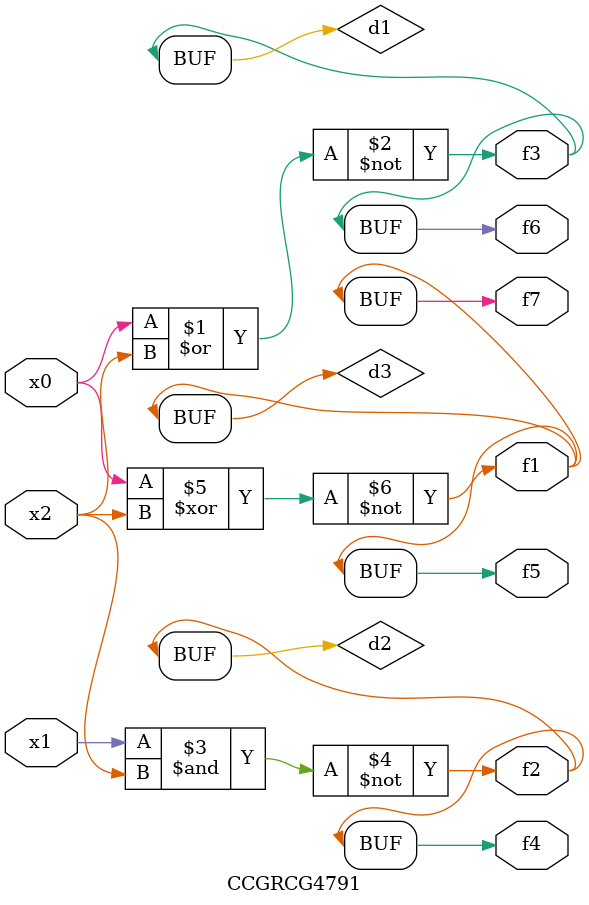
<source format=v>
module CCGRCG4791(
	input x0, x1, x2,
	output f1, f2, f3, f4, f5, f6, f7
);

	wire d1, d2, d3;

	nor (d1, x0, x2);
	nand (d2, x1, x2);
	xnor (d3, x0, x2);
	assign f1 = d3;
	assign f2 = d2;
	assign f3 = d1;
	assign f4 = d2;
	assign f5 = d3;
	assign f6 = d1;
	assign f7 = d3;
endmodule

</source>
